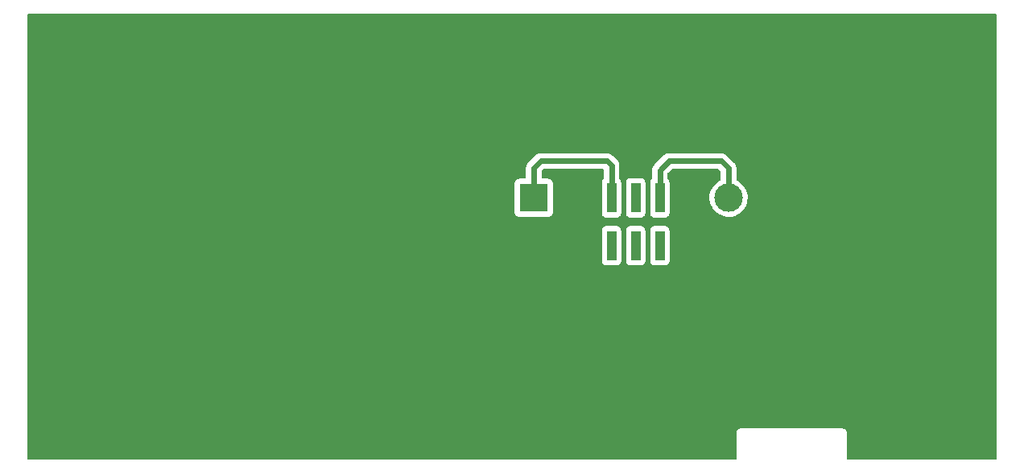
<source format=gbr>
G04 #@! TF.GenerationSoftware,KiCad,Pcbnew,(6.0.0)*
G04 #@! TF.CreationDate,2022-12-26T17:53:18+03:00*
G04 #@! TF.ProjectId,back,6261636b-2e6b-4696-9361-645f70636258,rev?*
G04 #@! TF.SameCoordinates,Original*
G04 #@! TF.FileFunction,Copper,L2,Bot*
G04 #@! TF.FilePolarity,Positive*
%FSLAX46Y46*%
G04 Gerber Fmt 4.6, Leading zero omitted, Abs format (unit mm)*
G04 Created by KiCad (PCBNEW (6.0.0)) date 2022-12-26 17:53:18*
%MOMM*%
%LPD*%
G01*
G04 APERTURE LIST*
G04 #@! TA.AperFunction,ComponentPad*
%ADD10C,3.000000*%
G04 #@! TD*
G04 #@! TA.AperFunction,ComponentPad*
%ADD11R,3.000000X3.000000*%
G04 #@! TD*
G04 #@! TA.AperFunction,SMDPad,CuDef*
%ADD12R,1.000000X3.150000*%
G04 #@! TD*
G04 #@! TA.AperFunction,Conductor*
%ADD13C,0.600000*%
G04 #@! TD*
G04 APERTURE END LIST*
D10*
X174265001Y-99879834D03*
D11*
X153775001Y-99879834D03*
D12*
X161960000Y-99875000D03*
X161960000Y-104925000D03*
X164500000Y-99875000D03*
X164500000Y-104925000D03*
X167040000Y-99875000D03*
X167040000Y-104925000D03*
D13*
X174265001Y-96765001D02*
X174265001Y-99879834D01*
X173500000Y-96000000D02*
X174265001Y-96765001D01*
X168000000Y-96000000D02*
X173500000Y-96000000D01*
X167040000Y-99875000D02*
X167040000Y-96960000D01*
X167040000Y-96960000D02*
X168000000Y-96000000D01*
X161960000Y-99875000D02*
X161960000Y-96460000D01*
X161960000Y-96460000D02*
X161500000Y-96000000D01*
X161500000Y-96000000D02*
X154500000Y-96000000D01*
X153775001Y-96724999D02*
X153775001Y-99879834D01*
X154500000Y-96000000D02*
X153775001Y-96724999D01*
G04 #@! TA.AperFunction,NonConductor*
G36*
X202434121Y-80528002D02*
G01*
X202480614Y-80581658D01*
X202492000Y-80634000D01*
X202492000Y-127366000D01*
X202471998Y-127434121D01*
X202418342Y-127480614D01*
X202366000Y-127492000D01*
X200008702Y-127492000D01*
X200007932Y-127491998D01*
X200007078Y-127491993D01*
X199930348Y-127491524D01*
X199921721Y-127493990D01*
X199921719Y-127493990D01*
X199917665Y-127495149D01*
X199883039Y-127500000D01*
X188119665Y-127500000D01*
X188093359Y-127496151D01*
X188093335Y-127496312D01*
X188084461Y-127494985D01*
X188075859Y-127492413D01*
X188066884Y-127492358D01*
X188066883Y-127492358D01*
X188060190Y-127492317D01*
X188041444Y-127492203D01*
X188040672Y-127492170D01*
X188039577Y-127492000D01*
X188008702Y-127492000D01*
X188007932Y-127491998D01*
X187934284Y-127491548D01*
X187934283Y-127491548D01*
X187930348Y-127491524D01*
X187929004Y-127491908D01*
X187927659Y-127492000D01*
X186834000Y-127492000D01*
X186765879Y-127471998D01*
X186719386Y-127418342D01*
X186708000Y-127366000D01*
X186708000Y-124708702D01*
X186708002Y-124707932D01*
X186708421Y-124639322D01*
X186708476Y-124630348D01*
X186706010Y-124621719D01*
X186706009Y-124621714D01*
X186700361Y-124601952D01*
X186696783Y-124585191D01*
X186693870Y-124564848D01*
X186693867Y-124564838D01*
X186692595Y-124555955D01*
X186681979Y-124532605D01*
X186675536Y-124515093D01*
X186670954Y-124499063D01*
X186668488Y-124490435D01*
X186652726Y-124465452D01*
X186644596Y-124450386D01*
X186632367Y-124423490D01*
X186615626Y-124404061D01*
X186604521Y-124389053D01*
X186595630Y-124374961D01*
X186590840Y-124367369D01*
X186568703Y-124347818D01*
X186556659Y-124335626D01*
X186543239Y-124320051D01*
X186543237Y-124320050D01*
X186537381Y-124313253D01*
X186529853Y-124308374D01*
X186529850Y-124308371D01*
X186515861Y-124299304D01*
X186500987Y-124288014D01*
X186488502Y-124276988D01*
X186481772Y-124271044D01*
X186473646Y-124267229D01*
X186473645Y-124267228D01*
X186467979Y-124264568D01*
X186455034Y-124258490D01*
X186440065Y-124250176D01*
X186415273Y-124234107D01*
X186390709Y-124226761D01*
X186373264Y-124220099D01*
X186368827Y-124218016D01*
X186350052Y-124209201D01*
X186320870Y-124204657D01*
X186304151Y-124200874D01*
X186284464Y-124194986D01*
X186284461Y-124194985D01*
X186275859Y-124192413D01*
X186266884Y-124192358D01*
X186266883Y-124192358D01*
X186260190Y-124192317D01*
X186241444Y-124192203D01*
X186240672Y-124192170D01*
X186239577Y-124192000D01*
X186208702Y-124192000D01*
X186207932Y-124191998D01*
X186134284Y-124191548D01*
X186134283Y-124191548D01*
X186130348Y-124191524D01*
X186129004Y-124191908D01*
X186127659Y-124192000D01*
X175608702Y-124192000D01*
X175607932Y-124191998D01*
X175607078Y-124191993D01*
X175530348Y-124191524D01*
X175521719Y-124193990D01*
X175521714Y-124193991D01*
X175501952Y-124199639D01*
X175485191Y-124203217D01*
X175464848Y-124206130D01*
X175464838Y-124206133D01*
X175455955Y-124207405D01*
X175432605Y-124218021D01*
X175415093Y-124224464D01*
X175407057Y-124226761D01*
X175390435Y-124231512D01*
X175365452Y-124247274D01*
X175350386Y-124255404D01*
X175323490Y-124267633D01*
X175304061Y-124284374D01*
X175289053Y-124295479D01*
X175267369Y-124309160D01*
X175261427Y-124315888D01*
X175247819Y-124331296D01*
X175235627Y-124343340D01*
X175213253Y-124362619D01*
X175208374Y-124370147D01*
X175208371Y-124370150D01*
X175199304Y-124384139D01*
X175188014Y-124399013D01*
X175171044Y-124418228D01*
X175158490Y-124444966D01*
X175150176Y-124459935D01*
X175134107Y-124484727D01*
X175131535Y-124493327D01*
X175126761Y-124509290D01*
X175120099Y-124526736D01*
X175109201Y-124549948D01*
X175104658Y-124579128D01*
X175100874Y-124595849D01*
X175094986Y-124615536D01*
X175094985Y-124615539D01*
X175092413Y-124624141D01*
X175092358Y-124633116D01*
X175092358Y-124633117D01*
X175092203Y-124658546D01*
X175092170Y-124659328D01*
X175092000Y-124660423D01*
X175092000Y-124691298D01*
X175091998Y-124692068D01*
X175091524Y-124769652D01*
X175091908Y-124770996D01*
X175092000Y-124772341D01*
X175092000Y-127366000D01*
X175071998Y-127434121D01*
X175018342Y-127480614D01*
X174966000Y-127492000D01*
X118008702Y-127492000D01*
X118007932Y-127491998D01*
X118007078Y-127491993D01*
X117930348Y-127491524D01*
X117921721Y-127493990D01*
X117921719Y-127493990D01*
X117917665Y-127495149D01*
X117883039Y-127500000D01*
X103119665Y-127500000D01*
X103093359Y-127496151D01*
X103093335Y-127496312D01*
X103084461Y-127494985D01*
X103075859Y-127492413D01*
X103066884Y-127492358D01*
X103066883Y-127492358D01*
X103060190Y-127492317D01*
X103041444Y-127492203D01*
X103040672Y-127492170D01*
X103039577Y-127492000D01*
X103008702Y-127492000D01*
X103007932Y-127491998D01*
X102934284Y-127491548D01*
X102934283Y-127491548D01*
X102930348Y-127491524D01*
X102929004Y-127491908D01*
X102927659Y-127492000D01*
X100634000Y-127492000D01*
X100565879Y-127471998D01*
X100519386Y-127418342D01*
X100508000Y-127366000D01*
X100508000Y-106548134D01*
X160951500Y-106548134D01*
X160958255Y-106610316D01*
X161009385Y-106746705D01*
X161096739Y-106863261D01*
X161213295Y-106950615D01*
X161349684Y-107001745D01*
X161411866Y-107008500D01*
X162508134Y-107008500D01*
X162570316Y-107001745D01*
X162706705Y-106950615D01*
X162823261Y-106863261D01*
X162910615Y-106746705D01*
X162961745Y-106610316D01*
X162968500Y-106548134D01*
X163491500Y-106548134D01*
X163498255Y-106610316D01*
X163549385Y-106746705D01*
X163636739Y-106863261D01*
X163753295Y-106950615D01*
X163889684Y-107001745D01*
X163951866Y-107008500D01*
X165048134Y-107008500D01*
X165110316Y-107001745D01*
X165246705Y-106950615D01*
X165363261Y-106863261D01*
X165450615Y-106746705D01*
X165501745Y-106610316D01*
X165508500Y-106548134D01*
X166031500Y-106548134D01*
X166038255Y-106610316D01*
X166089385Y-106746705D01*
X166176739Y-106863261D01*
X166293295Y-106950615D01*
X166429684Y-107001745D01*
X166491866Y-107008500D01*
X167588134Y-107008500D01*
X167650316Y-107001745D01*
X167786705Y-106950615D01*
X167903261Y-106863261D01*
X167990615Y-106746705D01*
X168041745Y-106610316D01*
X168048500Y-106548134D01*
X168048500Y-103301866D01*
X168041745Y-103239684D01*
X167990615Y-103103295D01*
X167903261Y-102986739D01*
X167786705Y-102899385D01*
X167650316Y-102848255D01*
X167588134Y-102841500D01*
X166491866Y-102841500D01*
X166429684Y-102848255D01*
X166293295Y-102899385D01*
X166176739Y-102986739D01*
X166089385Y-103103295D01*
X166038255Y-103239684D01*
X166031500Y-103301866D01*
X166031500Y-106548134D01*
X165508500Y-106548134D01*
X165508500Y-103301866D01*
X165501745Y-103239684D01*
X165450615Y-103103295D01*
X165363261Y-102986739D01*
X165246705Y-102899385D01*
X165110316Y-102848255D01*
X165048134Y-102841500D01*
X163951866Y-102841500D01*
X163889684Y-102848255D01*
X163753295Y-102899385D01*
X163636739Y-102986739D01*
X163549385Y-103103295D01*
X163498255Y-103239684D01*
X163491500Y-103301866D01*
X163491500Y-106548134D01*
X162968500Y-106548134D01*
X162968500Y-103301866D01*
X162961745Y-103239684D01*
X162910615Y-103103295D01*
X162823261Y-102986739D01*
X162706705Y-102899385D01*
X162570316Y-102848255D01*
X162508134Y-102841500D01*
X161411866Y-102841500D01*
X161349684Y-102848255D01*
X161213295Y-102899385D01*
X161096739Y-102986739D01*
X161009385Y-103103295D01*
X160958255Y-103239684D01*
X160951500Y-103301866D01*
X160951500Y-106548134D01*
X100508000Y-106548134D01*
X100508000Y-101427968D01*
X151766501Y-101427968D01*
X151773256Y-101490150D01*
X151824386Y-101626539D01*
X151911740Y-101743095D01*
X152028296Y-101830449D01*
X152164685Y-101881579D01*
X152226867Y-101888334D01*
X155323135Y-101888334D01*
X155385317Y-101881579D01*
X155521706Y-101830449D01*
X155638262Y-101743095D01*
X155725616Y-101626539D01*
X155776746Y-101490150D01*
X155783501Y-101427968D01*
X155783501Y-98331700D01*
X155776746Y-98269518D01*
X155725616Y-98133129D01*
X155638262Y-98016573D01*
X155521706Y-97929219D01*
X155385317Y-97878089D01*
X155323135Y-97871334D01*
X154709501Y-97871334D01*
X154641380Y-97851332D01*
X154594887Y-97797676D01*
X154583501Y-97745334D01*
X154583501Y-97112081D01*
X154603503Y-97043960D01*
X154620406Y-97022986D01*
X154797987Y-96845405D01*
X154860299Y-96811379D01*
X154887082Y-96808500D01*
X161025500Y-96808500D01*
X161093621Y-96828502D01*
X161140114Y-96882158D01*
X161151500Y-96934500D01*
X161151500Y-97832671D01*
X161131498Y-97900792D01*
X161109593Y-97924332D01*
X161110269Y-97925008D01*
X161103919Y-97931358D01*
X161096739Y-97936739D01*
X161009385Y-98053295D01*
X160958255Y-98189684D01*
X160951500Y-98251866D01*
X160951500Y-101498134D01*
X160958255Y-101560316D01*
X161009385Y-101696705D01*
X161096739Y-101813261D01*
X161213295Y-101900615D01*
X161349684Y-101951745D01*
X161411866Y-101958500D01*
X162508134Y-101958500D01*
X162570316Y-101951745D01*
X162706705Y-101900615D01*
X162823261Y-101813261D01*
X162910615Y-101696705D01*
X162961745Y-101560316D01*
X162968500Y-101498134D01*
X163491500Y-101498134D01*
X163498255Y-101560316D01*
X163549385Y-101696705D01*
X163636739Y-101813261D01*
X163753295Y-101900615D01*
X163889684Y-101951745D01*
X163951866Y-101958500D01*
X165048134Y-101958500D01*
X165110316Y-101951745D01*
X165246705Y-101900615D01*
X165363261Y-101813261D01*
X165450615Y-101696705D01*
X165501745Y-101560316D01*
X165508500Y-101498134D01*
X166031500Y-101498134D01*
X166038255Y-101560316D01*
X166089385Y-101696705D01*
X166176739Y-101813261D01*
X166293295Y-101900615D01*
X166429684Y-101951745D01*
X166491866Y-101958500D01*
X167588134Y-101958500D01*
X167650316Y-101951745D01*
X167786705Y-101900615D01*
X167903261Y-101813261D01*
X167990615Y-101696705D01*
X168041745Y-101560316D01*
X168048500Y-101498134D01*
X168048500Y-98251866D01*
X168041745Y-98189684D01*
X167990615Y-98053295D01*
X167903261Y-97936739D01*
X167896081Y-97931358D01*
X167889731Y-97925008D01*
X167891366Y-97923373D01*
X167856421Y-97876641D01*
X167848500Y-97832671D01*
X167848500Y-97347082D01*
X167868502Y-97278961D01*
X167885405Y-97257987D01*
X168297987Y-96845405D01*
X168360299Y-96811379D01*
X168387082Y-96808500D01*
X173112918Y-96808500D01*
X173181039Y-96828502D01*
X173202013Y-96845405D01*
X173419596Y-97062988D01*
X173453622Y-97125300D01*
X173456501Y-97152083D01*
X173456501Y-97957840D01*
X173436499Y-98025961D01*
X173379937Y-98073737D01*
X173351031Y-98086066D01*
X173331126Y-98097979D01*
X173119726Y-98224498D01*
X173119722Y-98224501D01*
X173116044Y-98226702D01*
X172902319Y-98397928D01*
X172713809Y-98596576D01*
X172554003Y-98818970D01*
X172425858Y-99060995D01*
X172424386Y-99065018D01*
X172424384Y-99065022D01*
X172417315Y-99084340D01*
X172331744Y-99318171D01*
X172273405Y-99585741D01*
X172251918Y-99858752D01*
X172267683Y-100132154D01*
X172268508Y-100136359D01*
X172268509Y-100136367D01*
X172279128Y-100190491D01*
X172320406Y-100400887D01*
X172321793Y-100404937D01*
X172321794Y-100404942D01*
X172342606Y-100465729D01*
X172409113Y-100659978D01*
X172532161Y-100904633D01*
X172534587Y-100908162D01*
X172534590Y-100908168D01*
X172684844Y-101126787D01*
X172687275Y-101130324D01*
X172871583Y-101332877D01*
X173081676Y-101508541D01*
X173085317Y-101510825D01*
X173310025Y-101651785D01*
X173310029Y-101651787D01*
X173313665Y-101654068D01*
X173381545Y-101684717D01*
X173559346Y-101764998D01*
X173559350Y-101765000D01*
X173563258Y-101766764D01*
X173567378Y-101767984D01*
X173567377Y-101767984D01*
X173821724Y-101843325D01*
X173821728Y-101843326D01*
X173825837Y-101844543D01*
X173830071Y-101845191D01*
X173830076Y-101845192D01*
X174092299Y-101885317D01*
X174092301Y-101885317D01*
X174096541Y-101885966D01*
X174235913Y-101888156D01*
X174366072Y-101890201D01*
X174366078Y-101890201D01*
X174370363Y-101890268D01*
X174642236Y-101857368D01*
X174907128Y-101787875D01*
X174911088Y-101786235D01*
X174911093Y-101786233D01*
X175033633Y-101735475D01*
X175160137Y-101683075D01*
X175396583Y-101544907D01*
X175612090Y-101375928D01*
X175653810Y-101332877D01*
X175799687Y-101182343D01*
X175802670Y-101179265D01*
X175805203Y-101175817D01*
X175805207Y-101175812D01*
X175962258Y-100962012D01*
X175964796Y-100958557D01*
X175992155Y-100908168D01*
X176093419Y-100721664D01*
X176093420Y-100721662D01*
X176095469Y-100717888D01*
X176192270Y-100461711D01*
X176253408Y-100194767D01*
X176277752Y-99921995D01*
X176278194Y-99879834D01*
X176259568Y-99606612D01*
X176204033Y-99338446D01*
X176112618Y-99080299D01*
X175987014Y-98836946D01*
X175977041Y-98822755D01*
X175832009Y-98616396D01*
X175829546Y-98612891D01*
X175643126Y-98412279D01*
X175639811Y-98409565D01*
X175639807Y-98409562D01*
X175478305Y-98277374D01*
X175431206Y-98238824D01*
X175197705Y-98095735D01*
X175193769Y-98094007D01*
X175148855Y-98074291D01*
X175094519Y-98028595D01*
X175073501Y-97958918D01*
X175073501Y-96774215D01*
X175073508Y-96772895D01*
X175074378Y-96689827D01*
X175074452Y-96682780D01*
X175065290Y-96640404D01*
X175063231Y-96627833D01*
X175059183Y-96591745D01*
X175058398Y-96584746D01*
X175055597Y-96576700D01*
X175047368Y-96553071D01*
X175043205Y-96538259D01*
X175037610Y-96512382D01*
X175036120Y-96505491D01*
X175017793Y-96466188D01*
X175013011Y-96454412D01*
X174998746Y-96413449D01*
X174995011Y-96407471D01*
X174980974Y-96385006D01*
X174973635Y-96371489D01*
X174962442Y-96347487D01*
X174962441Y-96347486D01*
X174959463Y-96341099D01*
X174955053Y-96335413D01*
X174932895Y-96306848D01*
X174925599Y-96296389D01*
X174906359Y-96265597D01*
X174906357Y-96265594D01*
X174902627Y-96259625D01*
X174895622Y-96252571D01*
X174874025Y-96230822D01*
X174873440Y-96230197D01*
X174872923Y-96229531D01*
X174846933Y-96203541D01*
X174774816Y-96130919D01*
X174773779Y-96130261D01*
X174772550Y-96129158D01*
X174078234Y-95434842D01*
X174077306Y-95433905D01*
X174019157Y-95374525D01*
X174019156Y-95374524D01*
X174014229Y-95369493D01*
X173977779Y-95346002D01*
X173967454Y-95338583D01*
X173933557Y-95311524D01*
X173903362Y-95296927D01*
X173889945Y-95289398D01*
X173861762Y-95271235D01*
X173855145Y-95268827D01*
X173855140Y-95268824D01*
X173821027Y-95256408D01*
X173809284Y-95251447D01*
X173776597Y-95235646D01*
X173776592Y-95235644D01*
X173770251Y-95232579D01*
X173763393Y-95230996D01*
X173763391Y-95230995D01*
X173737574Y-95225035D01*
X173722831Y-95220668D01*
X173691315Y-95209197D01*
X173684325Y-95208314D01*
X173684317Y-95208312D01*
X173648299Y-95203762D01*
X173635747Y-95201526D01*
X173600386Y-95193362D01*
X173600383Y-95193362D01*
X173593515Y-95191776D01*
X173586469Y-95191751D01*
X173586466Y-95191751D01*
X173552944Y-95191634D01*
X173552062Y-95191605D01*
X173551231Y-95191500D01*
X173514581Y-95191500D01*
X173514141Y-95191499D01*
X173415657Y-95191155D01*
X173415652Y-95191155D01*
X173412130Y-95191143D01*
X173410930Y-95191411D01*
X173409293Y-95191500D01*
X168009214Y-95191500D01*
X168007894Y-95191493D01*
X168006819Y-95191482D01*
X167917779Y-95190549D01*
X167875403Y-95199711D01*
X167862837Y-95201769D01*
X167819745Y-95206603D01*
X167813094Y-95208919D01*
X167813090Y-95208920D01*
X167788070Y-95217633D01*
X167773257Y-95221796D01*
X167740490Y-95228881D01*
X167701187Y-95247208D01*
X167689411Y-95251990D01*
X167648448Y-95266255D01*
X167642473Y-95269989D01*
X167642470Y-95269990D01*
X167620005Y-95284027D01*
X167606488Y-95291366D01*
X167582486Y-95302559D01*
X167576098Y-95305538D01*
X167570533Y-95309855D01*
X167570531Y-95309856D01*
X167541847Y-95332106D01*
X167531388Y-95339402D01*
X167500596Y-95358642D01*
X167500593Y-95358644D01*
X167494624Y-95362374D01*
X167489629Y-95367334D01*
X167489628Y-95367335D01*
X167465821Y-95390976D01*
X167465196Y-95391561D01*
X167464530Y-95392078D01*
X167438540Y-95418068D01*
X167365918Y-95490185D01*
X167365260Y-95491222D01*
X167364157Y-95492451D01*
X166474842Y-96381766D01*
X166473905Y-96382694D01*
X166448604Y-96407471D01*
X166409493Y-96445771D01*
X166386002Y-96482221D01*
X166378583Y-96492546D01*
X166351524Y-96526443D01*
X166348459Y-96532784D01*
X166348458Y-96532785D01*
X166336928Y-96556637D01*
X166329399Y-96570054D01*
X166311235Y-96598238D01*
X166308827Y-96604855D01*
X166308824Y-96604860D01*
X166296408Y-96638973D01*
X166291447Y-96650716D01*
X166275646Y-96683403D01*
X166275644Y-96683408D01*
X166272579Y-96689749D01*
X166270996Y-96696607D01*
X166270995Y-96696609D01*
X166265035Y-96722426D01*
X166260668Y-96737169D01*
X166249197Y-96768685D01*
X166248314Y-96775675D01*
X166248312Y-96775683D01*
X166243762Y-96811701D01*
X166241526Y-96824253D01*
X166231776Y-96866485D01*
X166231751Y-96873531D01*
X166231751Y-96873534D01*
X166231634Y-96907056D01*
X166231605Y-96907938D01*
X166231500Y-96908769D01*
X166231500Y-96945419D01*
X166231499Y-96945859D01*
X166231157Y-97043960D01*
X166231143Y-97047870D01*
X166231411Y-97049070D01*
X166231500Y-97050707D01*
X166231500Y-97832671D01*
X166211498Y-97900792D01*
X166189593Y-97924332D01*
X166190269Y-97925008D01*
X166183919Y-97931358D01*
X166176739Y-97936739D01*
X166089385Y-98053295D01*
X166038255Y-98189684D01*
X166031500Y-98251866D01*
X166031500Y-101498134D01*
X165508500Y-101498134D01*
X165508500Y-98251866D01*
X165501745Y-98189684D01*
X165450615Y-98053295D01*
X165363261Y-97936739D01*
X165246705Y-97849385D01*
X165110316Y-97798255D01*
X165048134Y-97791500D01*
X163951866Y-97791500D01*
X163889684Y-97798255D01*
X163753295Y-97849385D01*
X163636739Y-97936739D01*
X163549385Y-98053295D01*
X163498255Y-98189684D01*
X163491500Y-98251866D01*
X163491500Y-101498134D01*
X162968500Y-101498134D01*
X162968500Y-98251866D01*
X162961745Y-98189684D01*
X162910615Y-98053295D01*
X162823261Y-97936739D01*
X162816081Y-97931358D01*
X162809731Y-97925008D01*
X162811366Y-97923373D01*
X162776421Y-97876641D01*
X162768500Y-97832671D01*
X162768500Y-96469165D01*
X162768507Y-96467846D01*
X162769053Y-96415715D01*
X162769450Y-96377779D01*
X162767963Y-96370901D01*
X162767962Y-96370891D01*
X162760291Y-96335413D01*
X162758230Y-96322831D01*
X162755421Y-96297784D01*
X162753397Y-96279745D01*
X162742368Y-96248074D01*
X162738205Y-96233265D01*
X162732607Y-96207371D01*
X162732606Y-96207368D01*
X162731119Y-96200490D01*
X162712792Y-96161187D01*
X162708010Y-96149411D01*
X162693745Y-96108448D01*
X162690010Y-96102470D01*
X162675973Y-96080005D01*
X162668634Y-96066488D01*
X162657439Y-96042481D01*
X162657437Y-96042477D01*
X162654462Y-96036098D01*
X162627892Y-96001844D01*
X162620598Y-95991388D01*
X162597626Y-95954624D01*
X162569017Y-95925815D01*
X162568434Y-95925192D01*
X162567921Y-95924530D01*
X162542068Y-95898677D01*
X162469815Y-95825918D01*
X162468776Y-95825258D01*
X162467546Y-95824154D01*
X162078237Y-95434845D01*
X162077309Y-95433908D01*
X162019157Y-95374525D01*
X162019156Y-95374524D01*
X162014229Y-95369493D01*
X161977779Y-95346002D01*
X161967454Y-95338583D01*
X161933557Y-95311524D01*
X161903362Y-95296927D01*
X161889945Y-95289398D01*
X161861762Y-95271235D01*
X161855145Y-95268827D01*
X161855140Y-95268824D01*
X161821027Y-95256408D01*
X161809284Y-95251447D01*
X161776597Y-95235646D01*
X161776592Y-95235644D01*
X161770251Y-95232579D01*
X161763393Y-95230996D01*
X161763391Y-95230995D01*
X161737574Y-95225035D01*
X161722831Y-95220668D01*
X161691315Y-95209197D01*
X161684325Y-95208314D01*
X161684317Y-95208312D01*
X161648299Y-95203762D01*
X161635747Y-95201526D01*
X161600386Y-95193362D01*
X161600383Y-95193362D01*
X161593515Y-95191776D01*
X161586469Y-95191751D01*
X161586466Y-95191751D01*
X161552944Y-95191634D01*
X161552062Y-95191605D01*
X161551231Y-95191500D01*
X161514581Y-95191500D01*
X161514141Y-95191499D01*
X161415657Y-95191155D01*
X161415652Y-95191155D01*
X161412130Y-95191143D01*
X161410930Y-95191411D01*
X161409293Y-95191500D01*
X154509164Y-95191500D01*
X154507845Y-95191493D01*
X154417779Y-95190550D01*
X154410893Y-95192039D01*
X154410891Y-95192039D01*
X154392313Y-95196056D01*
X154375414Y-95199710D01*
X154362835Y-95201770D01*
X154326741Y-95205818D01*
X154326738Y-95205819D01*
X154319745Y-95206603D01*
X154288071Y-95217633D01*
X154288068Y-95217634D01*
X154273258Y-95221796D01*
X154247378Y-95227391D01*
X154247374Y-95227392D01*
X154240489Y-95228881D01*
X154234105Y-95231858D01*
X154234099Y-95231860D01*
X154201193Y-95247204D01*
X154189388Y-95251998D01*
X154148448Y-95266255D01*
X154142476Y-95269987D01*
X154142469Y-95269990D01*
X154120005Y-95284027D01*
X154106488Y-95291366D01*
X154082481Y-95302561D01*
X154082477Y-95302563D01*
X154076098Y-95305538D01*
X154068381Y-95311524D01*
X154041844Y-95332108D01*
X154031395Y-95339397D01*
X153994624Y-95362374D01*
X153989625Y-95367339D01*
X153989623Y-95367340D01*
X153965815Y-95390983D01*
X153965192Y-95391566D01*
X153964530Y-95392079D01*
X153938679Y-95417930D01*
X153921646Y-95434845D01*
X153865918Y-95490185D01*
X153865258Y-95491225D01*
X153864157Y-95492452D01*
X153209797Y-96146811D01*
X153208860Y-96147738D01*
X153154992Y-96200490D01*
X153144494Y-96210770D01*
X153121003Y-96247220D01*
X153113584Y-96257545D01*
X153086525Y-96291442D01*
X153083460Y-96297783D01*
X153083459Y-96297784D01*
X153071929Y-96321636D01*
X153064400Y-96335053D01*
X153046236Y-96363237D01*
X153043828Y-96369854D01*
X153043825Y-96369859D01*
X153031409Y-96403972D01*
X153026448Y-96415715D01*
X153010647Y-96448402D01*
X153010645Y-96448407D01*
X153007580Y-96454748D01*
X153005997Y-96461606D01*
X153005996Y-96461608D01*
X153000036Y-96487425D01*
X152995669Y-96502168D01*
X152984198Y-96533684D01*
X152983315Y-96540674D01*
X152983313Y-96540682D01*
X152978763Y-96576700D01*
X152976527Y-96589252D01*
X152972924Y-96604860D01*
X152966777Y-96631484D01*
X152966752Y-96638530D01*
X152966752Y-96638533D01*
X152966635Y-96672055D01*
X152966606Y-96672937D01*
X152966501Y-96673768D01*
X152966501Y-96710418D01*
X152966500Y-96710858D01*
X152966284Y-96772895D01*
X152966144Y-96812869D01*
X152966412Y-96814069D01*
X152966501Y-96815706D01*
X152966501Y-97745334D01*
X152946499Y-97813455D01*
X152892843Y-97859948D01*
X152840501Y-97871334D01*
X152226867Y-97871334D01*
X152164685Y-97878089D01*
X152028296Y-97929219D01*
X151911740Y-98016573D01*
X151824386Y-98133129D01*
X151773256Y-98269518D01*
X151766501Y-98331700D01*
X151766501Y-101427968D01*
X100508000Y-101427968D01*
X100508000Y-80634000D01*
X100528002Y-80565879D01*
X100581658Y-80519386D01*
X100634000Y-80508000D01*
X202366000Y-80508000D01*
X202434121Y-80528002D01*
G37*
G04 #@! TD.AperFunction*
M02*

</source>
